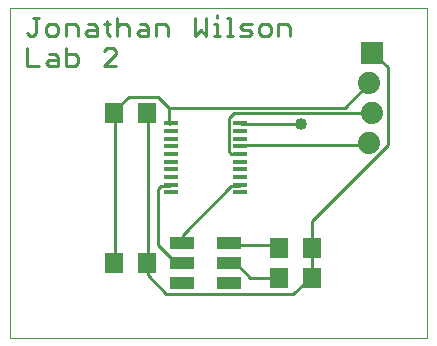
<source format=gtl>
G75*
%MOIN*%
%OFA0B0*%
%FSLAX25Y25*%
%IPPOS*%
%LPD*%
%AMOC8*
5,1,8,0,0,1.08239X$1,22.5*
%
%ADD10C,0.00000*%
%ADD11C,0.01100*%
%ADD12R,0.06299X0.07087*%
%ADD13R,0.07400X0.07400*%
%ADD14C,0.07400*%
%ADD15R,0.07874X0.04331*%
%ADD16R,0.06299X0.07098*%
%ADD17R,0.04724X0.01181*%
%ADD18C,0.01000*%
%ADD19C,0.04000*%
D10*
X0001000Y0004554D02*
X0001000Y0114515D01*
X0139701Y0114515D01*
X0139701Y0004554D01*
X0001000Y0004554D01*
D11*
X0006550Y0095104D02*
X0010487Y0095104D01*
X0012995Y0096088D02*
X0013980Y0097072D01*
X0016932Y0097072D01*
X0016932Y0098056D02*
X0016932Y0095104D01*
X0013980Y0095104D01*
X0012995Y0096088D01*
X0013980Y0099041D02*
X0015948Y0099041D01*
X0016932Y0098056D01*
X0019441Y0099041D02*
X0022394Y0099041D01*
X0023378Y0098056D01*
X0023378Y0096088D01*
X0022394Y0095104D01*
X0019441Y0095104D01*
X0019441Y0101009D01*
X0019441Y0105104D02*
X0019441Y0109041D01*
X0022394Y0109041D01*
X0023378Y0108056D01*
X0023378Y0105104D01*
X0025886Y0106088D02*
X0026871Y0107072D01*
X0029823Y0107072D01*
X0029823Y0108056D02*
X0029823Y0105104D01*
X0026871Y0105104D01*
X0025886Y0106088D01*
X0026871Y0109041D02*
X0028839Y0109041D01*
X0029823Y0108056D01*
X0032332Y0109041D02*
X0034300Y0109041D01*
X0033316Y0110025D02*
X0033316Y0106088D01*
X0034300Y0105104D01*
X0036629Y0105104D02*
X0036629Y0111009D01*
X0037613Y0109041D02*
X0039582Y0109041D01*
X0040566Y0108056D01*
X0040566Y0105104D01*
X0043074Y0106088D02*
X0044059Y0107072D01*
X0047011Y0107072D01*
X0047011Y0108056D02*
X0047011Y0105104D01*
X0044059Y0105104D01*
X0043074Y0106088D01*
X0044059Y0109041D02*
X0046027Y0109041D01*
X0047011Y0108056D01*
X0049520Y0109041D02*
X0052473Y0109041D01*
X0053457Y0108056D01*
X0053457Y0105104D01*
X0049520Y0105104D02*
X0049520Y0109041D01*
X0037613Y0109041D02*
X0036629Y0108056D01*
X0035285Y0101009D02*
X0033316Y0101009D01*
X0032332Y0100025D01*
X0035285Y0101009D02*
X0036269Y0100025D01*
X0036269Y0099041D01*
X0032332Y0095104D01*
X0036269Y0095104D01*
X0016932Y0106088D02*
X0016932Y0108056D01*
X0015948Y0109041D01*
X0013980Y0109041D01*
X0012995Y0108056D01*
X0012995Y0106088D01*
X0013980Y0105104D01*
X0015948Y0105104D01*
X0016932Y0106088D01*
X0010487Y0111009D02*
X0008518Y0111009D01*
X0009503Y0111009D02*
X0009503Y0106088D01*
X0008518Y0105104D01*
X0007534Y0105104D01*
X0006550Y0106088D01*
X0006550Y0101009D02*
X0006550Y0095104D01*
X0062411Y0105104D02*
X0064379Y0107072D01*
X0066348Y0105104D01*
X0066348Y0111009D01*
X0068856Y0109041D02*
X0069841Y0109041D01*
X0069841Y0105104D01*
X0070825Y0105104D02*
X0068856Y0105104D01*
X0073153Y0105104D02*
X0075122Y0105104D01*
X0074138Y0105104D02*
X0074138Y0111009D01*
X0073153Y0111009D01*
X0069841Y0111009D02*
X0069841Y0111993D01*
X0062411Y0111009D02*
X0062411Y0105104D01*
X0077450Y0105104D02*
X0080403Y0105104D01*
X0081387Y0106088D01*
X0080403Y0107072D01*
X0078435Y0107072D01*
X0077450Y0108056D01*
X0078435Y0109041D01*
X0081387Y0109041D01*
X0083896Y0108056D02*
X0083896Y0106088D01*
X0084880Y0105104D01*
X0086848Y0105104D01*
X0087833Y0106088D01*
X0087833Y0108056D01*
X0086848Y0109041D01*
X0084880Y0109041D01*
X0083896Y0108056D01*
X0090341Y0109041D02*
X0090341Y0105104D01*
X0094278Y0105104D02*
X0094278Y0108056D01*
X0093294Y0109041D01*
X0090341Y0109041D01*
D12*
X0046512Y0029554D03*
X0035488Y0029554D03*
D13*
X0121500Y0099554D03*
D14*
X0120500Y0089554D03*
X0121500Y0079554D03*
X0120500Y0069554D03*
D15*
X0073874Y0036247D03*
X0073874Y0029554D03*
X0073874Y0022861D03*
X0058126Y0022861D03*
X0058126Y0029554D03*
X0058126Y0036247D03*
D16*
X0090402Y0034554D03*
X0090402Y0024554D03*
X0101598Y0024554D03*
X0101598Y0034554D03*
X0046598Y0079554D03*
X0035402Y0079554D03*
D17*
X0054582Y0076069D03*
X0054582Y0073510D03*
X0054582Y0070952D03*
X0054582Y0068392D03*
X0054582Y0065833D03*
X0054582Y0063274D03*
X0054582Y0060715D03*
X0054582Y0058156D03*
X0054582Y0055597D03*
X0054582Y0053039D03*
X0077417Y0053039D03*
X0077417Y0055597D03*
X0077417Y0058156D03*
X0077417Y0060715D03*
X0077417Y0063274D03*
X0077417Y0065833D03*
X0077417Y0068392D03*
X0077417Y0070952D03*
X0077417Y0073510D03*
X0077417Y0076069D03*
D18*
X0078200Y0075854D01*
X0098000Y0075854D01*
X0112400Y0081254D02*
X0120500Y0089354D01*
X0120500Y0089554D01*
X0126800Y0094754D02*
X0122300Y0099254D01*
X0121500Y0099554D01*
X0126800Y0094754D02*
X0126800Y0068654D01*
X0101600Y0043454D01*
X0101600Y0035354D01*
X0101598Y0034554D01*
X0101600Y0034454D01*
X0101600Y0024554D01*
X0101598Y0024554D01*
X0100700Y0024554D01*
X0095300Y0019154D01*
X0053000Y0019154D01*
X0046700Y0025454D01*
X0046700Y0029054D01*
X0046512Y0029554D01*
X0046700Y0029954D01*
X0046700Y0079454D01*
X0046598Y0079554D01*
X0050300Y0084854D02*
X0040400Y0084854D01*
X0035900Y0080354D01*
X0035402Y0079554D01*
X0035900Y0079454D01*
X0035900Y0029954D01*
X0035488Y0029554D01*
X0050300Y0035354D02*
X0055700Y0029954D01*
X0057500Y0029954D01*
X0058126Y0029554D01*
X0058126Y0036247D02*
X0058400Y0036254D01*
X0058400Y0038954D01*
X0074600Y0055154D01*
X0077300Y0055154D01*
X0077417Y0055597D01*
X0077417Y0065833D02*
X0077300Y0065954D01*
X0074600Y0065954D01*
X0073700Y0066854D01*
X0073700Y0077654D01*
X0075500Y0079454D01*
X0121400Y0079454D01*
X0121500Y0079554D01*
X0112400Y0081254D02*
X0053900Y0081254D01*
X0050300Y0084854D01*
X0053900Y0081254D02*
X0053900Y0075854D01*
X0054582Y0076069D01*
X0054582Y0055597D02*
X0053900Y0055154D01*
X0051200Y0055154D01*
X0050300Y0054254D01*
X0050300Y0035354D01*
X0073874Y0036247D02*
X0074600Y0035354D01*
X0089900Y0035354D01*
X0090402Y0034554D01*
X0090402Y0024554D02*
X0080900Y0024554D01*
X0076400Y0029054D01*
X0074600Y0029054D01*
X0073874Y0029554D01*
X0077417Y0068392D02*
X0078200Y0068654D01*
X0119600Y0068654D01*
X0120500Y0069554D01*
D19*
X0098000Y0075854D03*
M02*

</source>
